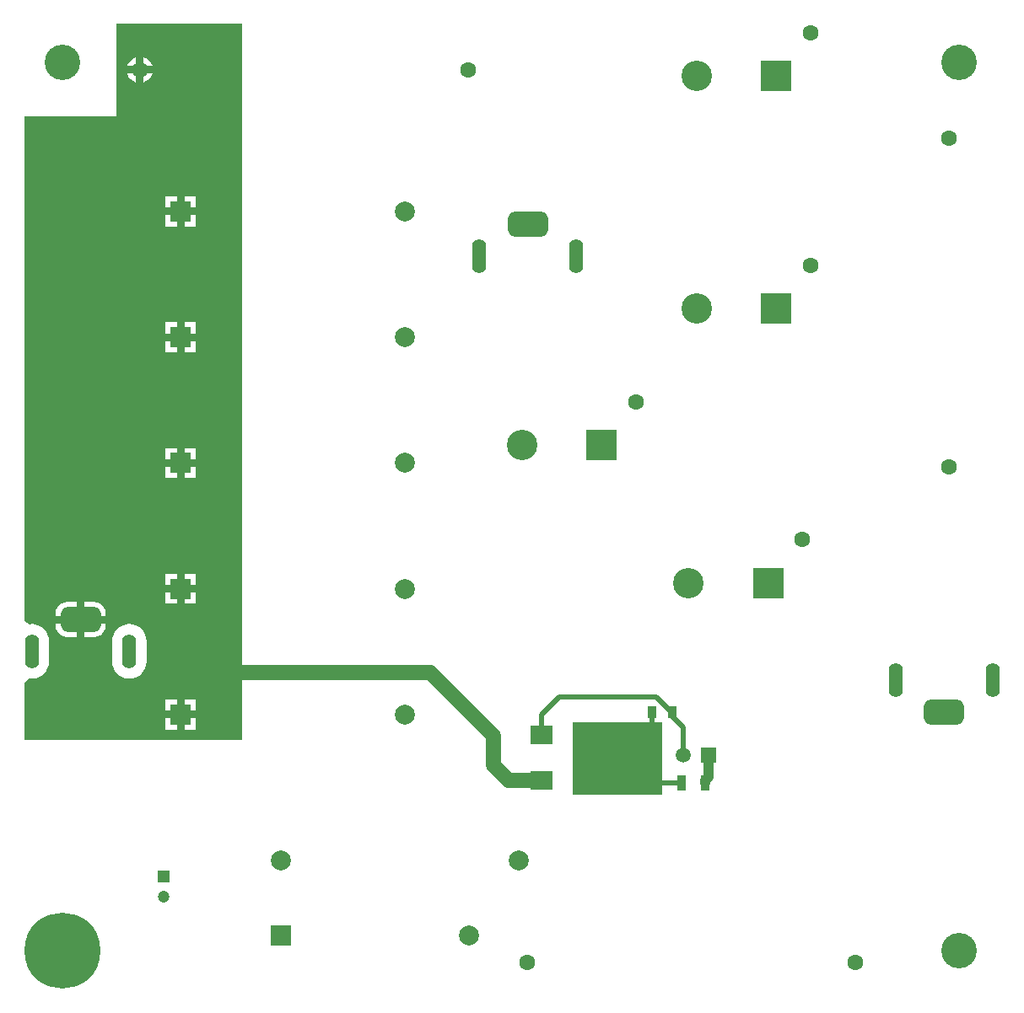
<source format=gbl>
G04*
G04 #@! TF.GenerationSoftware,Altium Limited,Altium Designer,20.0.13 (296)*
G04*
G04 Layer_Physical_Order=2*
G04 Layer_Color=16711680*
%FSLAX25Y25*%
%MOIN*%
G70*
G01*
G75*
%ADD12C,0.02000*%
%ADD13C,0.04000*%
%ADD26C,0.06299*%
%ADD28C,0.30000*%
%ADD39C,0.06000*%
%ADD40C,0.05906*%
%ADD41R,0.05906X0.05906*%
G04:AMPARAMS|DCode=42|XSize=157.48mil|YSize=98.43mil|CornerRadius=24.61mil|HoleSize=0mil|Usage=FLASHONLY|Rotation=0.000|XOffset=0mil|YOffset=0mil|HoleType=Round|Shape=RoundedRectangle|*
%AMROUNDEDRECTD42*
21,1,0.15748,0.04921,0,0,0.0*
21,1,0.10827,0.09843,0,0,0.0*
1,1,0.04921,0.05413,-0.02461*
1,1,0.04921,-0.05413,-0.02461*
1,1,0.04921,-0.05413,0.02461*
1,1,0.04921,0.05413,0.02461*
%
%ADD42ROUNDEDRECTD42*%
%ADD43O,0.05512X0.13583*%
%ADD44C,0.12000*%
%ADD45R,0.12000X0.12000*%
%ADD46C,0.14000*%
%ADD47C,0.07874*%
%ADD48R,0.07874X0.07874*%
%ADD49C,0.04724*%
%ADD50R,0.04724X0.04724*%
%ADD51R,0.03740X0.06102*%
%ADD52R,0.03543X0.04921*%
%ADD53R,0.08500X0.07300*%
%ADD54R,0.24800X0.21900*%
%ADD55R,0.35500X0.29000*%
G36*
X90500Y106000D02*
X4539Y106000D01*
Y128688D01*
X5390Y129574D01*
X6539Y130262D01*
X7417Y130176D01*
X8742Y130306D01*
X10015Y130693D01*
X11189Y131320D01*
X12218Y132164D01*
X13062Y133193D01*
X13689Y134367D01*
X14075Y135640D01*
X14206Y136965D01*
Y145035D01*
X14075Y146360D01*
X13689Y147633D01*
X13062Y148807D01*
X12218Y149836D01*
X11189Y150680D01*
X10015Y151307D01*
X8742Y151694D01*
X7417Y151824D01*
X6539Y151737D01*
X5390Y152426D01*
X4539Y153312D01*
Y352500D01*
X41000Y352500D01*
Y389162D01*
X90500D01*
X90500Y106000D01*
D02*
G37*
%LPC*%
G36*
X51579Y375953D02*
Y372500D01*
X55031D01*
X54577Y373597D01*
X53751Y374673D01*
X52676Y375498D01*
X51579Y375953D01*
D02*
G37*
G36*
X48579D02*
X47482Y375498D01*
X46406Y374673D01*
X45581Y373597D01*
X45126Y372500D01*
X48579D01*
Y375953D01*
D02*
G37*
G36*
X55031Y369500D02*
X51579D01*
Y366047D01*
X52676Y366502D01*
X53751Y367327D01*
X54577Y368403D01*
X55031Y369500D01*
D02*
G37*
G36*
X48579D02*
X45126D01*
X45581Y368403D01*
X46406Y367327D01*
X47482Y366502D01*
X48579Y366047D01*
Y369500D01*
D02*
G37*
G36*
X72146Y320937D02*
X67709D01*
Y316500D01*
X72146D01*
Y320937D01*
D02*
G37*
G36*
X64709D02*
X60272D01*
Y316500D01*
X64709D01*
Y320937D01*
D02*
G37*
G36*
X72146Y313500D02*
X67709D01*
Y309063D01*
X72146D01*
Y313500D01*
D02*
G37*
G36*
X64709D02*
X60272D01*
Y309063D01*
X64709D01*
Y313500D01*
D02*
G37*
G36*
X72146Y271187D02*
X67709D01*
Y266750D01*
X72146D01*
Y271187D01*
D02*
G37*
G36*
X64709D02*
X60272D01*
Y266750D01*
X64709D01*
Y271187D01*
D02*
G37*
G36*
X72146Y263750D02*
X67709D01*
Y259313D01*
X72146D01*
Y263750D01*
D02*
G37*
G36*
X64709D02*
X60272D01*
Y259313D01*
X64709D01*
Y263750D01*
D02*
G37*
G36*
X72146Y221437D02*
X67709D01*
Y217000D01*
X72146D01*
Y221437D01*
D02*
G37*
G36*
X64709D02*
X60272D01*
Y217000D01*
X64709D01*
Y221437D01*
D02*
G37*
G36*
X72146Y214000D02*
X67709D01*
Y209563D01*
X72146D01*
Y214000D01*
D02*
G37*
G36*
X64709D02*
X60272D01*
Y209563D01*
X64709D01*
Y214000D01*
D02*
G37*
G36*
X72146Y171687D02*
X67709D01*
Y167250D01*
X72146D01*
Y171687D01*
D02*
G37*
G36*
X64709D02*
X60272D01*
Y167250D01*
X64709D01*
Y171687D01*
D02*
G37*
G36*
X72146Y164250D02*
X67709D01*
Y159813D01*
X72146D01*
Y164250D01*
D02*
G37*
G36*
X64709D02*
X60272D01*
Y159813D01*
X64709D01*
Y164250D01*
D02*
G37*
G36*
X32122Y160558D02*
X28209D01*
Y155098D01*
X36621D01*
Y156059D01*
X36468Y157223D01*
X36018Y158309D01*
X35303Y159240D01*
X34372Y159955D01*
X33286Y160405D01*
X32122Y160558D01*
D02*
G37*
G36*
X25209D02*
X21295D01*
X20131Y160405D01*
X19046Y159955D01*
X18114Y159240D01*
X17399Y158309D01*
X16950Y157223D01*
X16796Y156059D01*
Y155098D01*
X25209D01*
Y160558D01*
D02*
G37*
G36*
X36621Y152098D02*
X28209D01*
Y146639D01*
X32122D01*
X33286Y146792D01*
X34372Y147241D01*
X35303Y147956D01*
X36018Y148888D01*
X36468Y149973D01*
X36621Y151138D01*
Y152098D01*
D02*
G37*
G36*
X25209D02*
X16796D01*
Y151138D01*
X16950Y149973D01*
X17399Y148888D01*
X18114Y147956D01*
X19046Y147241D01*
X20131Y146792D01*
X21295Y146639D01*
X25209D01*
Y152098D01*
D02*
G37*
G36*
X46000Y151824D02*
X44676Y151694D01*
X43402Y151307D01*
X42228Y150680D01*
X41200Y149836D01*
X40356Y148807D01*
X39728Y147633D01*
X39342Y146360D01*
X39211Y145035D01*
Y136965D01*
X39342Y135640D01*
X39728Y134367D01*
X40356Y133193D01*
X41200Y132164D01*
X42228Y131320D01*
X43402Y130693D01*
X44676Y130306D01*
X46000Y130176D01*
X47324Y130306D01*
X48598Y130693D01*
X49771Y131320D01*
X50800Y132164D01*
X51644Y133193D01*
X52272Y134367D01*
X52658Y135640D01*
X52789Y136965D01*
Y145035D01*
X52658Y146360D01*
X52272Y147633D01*
X51644Y148807D01*
X50800Y149836D01*
X49771Y150680D01*
X48598Y151307D01*
X47324Y151694D01*
X46000Y151824D01*
D02*
G37*
G36*
X72146Y121937D02*
X67709D01*
Y117500D01*
X72146D01*
Y121937D01*
D02*
G37*
G36*
X64709D02*
X60272D01*
Y117500D01*
X64709D01*
Y121937D01*
D02*
G37*
G36*
X72146Y114500D02*
X67709D01*
Y110063D01*
X72146D01*
Y114500D01*
D02*
G37*
G36*
X64709D02*
X60272D01*
Y110063D01*
X64709D01*
Y114500D01*
D02*
G37*
%LPD*%
D12*
X252316Y89050D02*
X252366Y89000D01*
X245950Y89050D02*
X252316D01*
X236000Y99000D02*
X245950Y89050D01*
X252366Y89000D02*
X263374D01*
X260240Y115705D02*
Y116000D01*
Y115705D02*
X265000Y110945D01*
Y100000D02*
Y110945D01*
X260240Y116000D02*
Y117083D01*
X254323Y123000D02*
X260240Y117083D01*
X216000Y123000D02*
X254323D01*
X208900Y108000D02*
Y115900D01*
X216000Y123000D01*
X252366Y115606D02*
X252760Y116000D01*
X252366Y105634D02*
Y115606D01*
Y105634D02*
X253000Y105000D01*
D13*
X273578Y89050D02*
Y89971D01*
X275000Y91393D01*
Y100000D01*
D26*
X315272Y385784D02*
D03*
Y293783D02*
D03*
X311961Y185126D02*
D03*
X246272Y239784D02*
D03*
X333000Y18000D02*
D03*
X203079D02*
D03*
X370000Y214000D02*
D03*
Y343921D02*
D03*
X180000Y371000D02*
D03*
X50079D02*
D03*
D28*
X19500Y22500D02*
D03*
D39*
X87500Y132500D02*
X165000D01*
X86000Y134000D02*
X87500Y132500D01*
X190000Y96000D02*
Y107500D01*
X165000Y132500D02*
X190000Y107500D01*
X196000Y90000D02*
X208900D01*
X190000Y96000D02*
X196000Y90000D01*
D40*
X265000Y100000D02*
D03*
D41*
X275000D02*
D03*
D42*
X203383Y310000D02*
D03*
X26709Y153598D02*
D03*
X368000Y117000D02*
D03*
D43*
X184091Y297402D02*
D03*
X222674D02*
D03*
X7417Y141000D02*
D03*
X46000D02*
D03*
X387291Y129598D02*
D03*
X348709D02*
D03*
D44*
X270311Y368657D02*
D03*
Y276658D02*
D03*
X267000Y168000D02*
D03*
X201311Y222657D02*
D03*
D45*
X301689Y368657D02*
D03*
Y276658D02*
D03*
X298378Y168000D02*
D03*
X232689Y222657D02*
D03*
D46*
X374000Y22500D02*
D03*
Y374000D02*
D03*
X19500D02*
D03*
D47*
X199945Y58382D02*
D03*
X180102Y28618D02*
D03*
X105693Y58382D02*
D03*
X154791Y265250D02*
D03*
Y165750D02*
D03*
Y215500D02*
D03*
Y315000D02*
D03*
Y116000D02*
D03*
D48*
X105693Y28618D02*
D03*
X66209Y265250D02*
D03*
Y165750D02*
D03*
Y215500D02*
D03*
Y315000D02*
D03*
Y116000D02*
D03*
D49*
X59665Y44063D02*
D03*
D50*
Y51937D02*
D03*
D51*
X273578Y89050D02*
D03*
X264326D02*
D03*
D52*
X260634Y117083D02*
D03*
X252366D02*
D03*
D53*
X208900Y90000D02*
D03*
Y108000D02*
D03*
D54*
X236000Y99000D02*
D03*
D55*
X238750Y98500D02*
D03*
M02*

</source>
